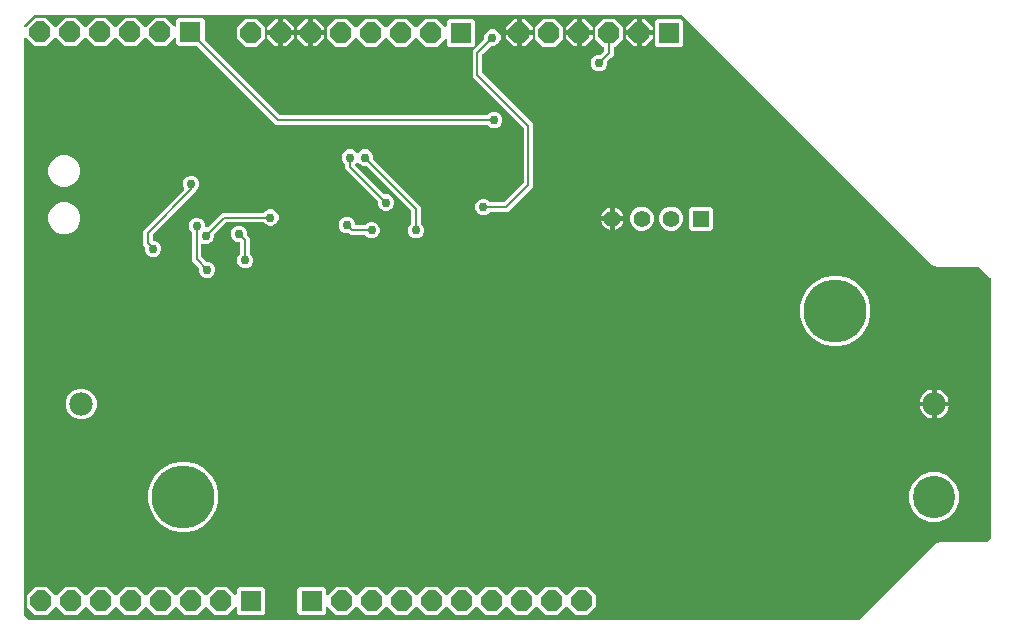
<source format=gbl>
G04 EAGLE Gerber RS-274X export*
G75*
%MOMM*%
%FSLAX34Y34*%
%LPD*%
%INBottom Copper*%
%IPPOS*%
%AMOC8*
5,1,8,0,0,1.08239X$1,22.5*%
G01*
%ADD10P,1.924489X8X292.500000*%
%ADD11R,1.778000X1.778000*%
%ADD12P,1.924489X8X112.500000*%
%ADD13C,1.980000*%
%ADD14C,5.325000*%
%ADD15C,3.585000*%
%ADD16R,1.418000X1.418000*%
%ADD17C,1.418000*%
%ADD18C,0.756400*%
%ADD19C,0.203200*%

G36*
X717667Y9919D02*
X717667Y9919D01*
X717754Y9922D01*
X717807Y9939D01*
X717861Y9947D01*
X717941Y9982D01*
X718024Y10009D01*
X718064Y10037D01*
X718121Y10063D01*
X718234Y10159D01*
X718298Y10204D01*
X782339Y74245D01*
X786447Y75947D01*
X826800Y75947D01*
X826887Y75959D01*
X826974Y75962D01*
X827027Y75979D01*
X827081Y75987D01*
X827161Y76022D01*
X827244Y76049D01*
X827284Y76077D01*
X827341Y76103D01*
X827454Y76199D01*
X827518Y76244D01*
X829266Y77992D01*
X829318Y78062D01*
X829378Y78126D01*
X829404Y78175D01*
X829437Y78219D01*
X829468Y78301D01*
X829508Y78379D01*
X829516Y78427D01*
X829538Y78485D01*
X829550Y78633D01*
X829563Y78710D01*
X829563Y298480D01*
X829551Y298567D01*
X829548Y298654D01*
X829531Y298707D01*
X829523Y298761D01*
X829488Y298841D01*
X829461Y298924D01*
X829433Y298964D01*
X829407Y299021D01*
X829311Y299134D01*
X829266Y299198D01*
X819898Y308566D01*
X819828Y308618D01*
X819764Y308678D01*
X819715Y308704D01*
X819671Y308737D01*
X819589Y308768D01*
X819511Y308808D01*
X819463Y308816D01*
X819405Y308838D01*
X819257Y308850D01*
X819180Y308863D01*
X783907Y308863D01*
X779799Y310565D01*
X776512Y313852D01*
X568438Y521926D01*
X568368Y521978D01*
X568304Y522038D01*
X568255Y522064D01*
X568211Y522097D01*
X568129Y522128D01*
X568051Y522168D01*
X568003Y522176D01*
X567945Y522198D01*
X567797Y522210D01*
X567720Y522223D01*
X20290Y522223D01*
X20203Y522211D01*
X20116Y522208D01*
X20063Y522191D01*
X20009Y522183D01*
X19929Y522148D01*
X19846Y522121D01*
X19806Y522093D01*
X19749Y522067D01*
X19636Y521971D01*
X19572Y521926D01*
X11474Y513828D01*
X11422Y513758D01*
X11362Y513694D01*
X11336Y513645D01*
X11303Y513601D01*
X11272Y513519D01*
X11232Y513441D01*
X11224Y513393D01*
X11202Y513335D01*
X11190Y513187D01*
X11177Y513110D01*
X11177Y512812D01*
X11181Y512783D01*
X11178Y512753D01*
X11201Y512642D01*
X11217Y512530D01*
X11229Y512503D01*
X11234Y512475D01*
X11286Y512374D01*
X11333Y512271D01*
X11352Y512248D01*
X11365Y512222D01*
X11443Y512140D01*
X11516Y512054D01*
X11541Y512037D01*
X11561Y512016D01*
X11659Y511959D01*
X11753Y511896D01*
X11781Y511887D01*
X11806Y511872D01*
X11916Y511845D01*
X12024Y511810D01*
X12054Y511810D01*
X12082Y511802D01*
X12195Y511806D01*
X12308Y511803D01*
X12337Y511810D01*
X12366Y511811D01*
X12474Y511846D01*
X12583Y511875D01*
X12609Y511890D01*
X12637Y511899D01*
X12700Y511944D01*
X12828Y512020D01*
X12871Y512066D01*
X12910Y512094D01*
X20055Y519239D01*
X29945Y519239D01*
X36982Y512202D01*
X37029Y512167D01*
X37069Y512124D01*
X37142Y512082D01*
X37209Y512031D01*
X37264Y512010D01*
X37314Y511981D01*
X37396Y511960D01*
X37475Y511930D01*
X37533Y511925D01*
X37590Y511910D01*
X37674Y511913D01*
X37758Y511906D01*
X37816Y511918D01*
X37874Y511919D01*
X37954Y511945D01*
X38037Y511962D01*
X38089Y511989D01*
X38145Y512007D01*
X38201Y512047D01*
X38289Y512093D01*
X38362Y512162D01*
X38418Y512202D01*
X45455Y519239D01*
X55345Y519239D01*
X62382Y512202D01*
X62429Y512167D01*
X62469Y512124D01*
X62542Y512082D01*
X62609Y512031D01*
X62664Y512010D01*
X62714Y511981D01*
X62796Y511960D01*
X62875Y511930D01*
X62933Y511925D01*
X62990Y511910D01*
X63074Y511913D01*
X63158Y511906D01*
X63216Y511918D01*
X63274Y511919D01*
X63354Y511945D01*
X63437Y511962D01*
X63489Y511989D01*
X63545Y512007D01*
X63601Y512047D01*
X63689Y512093D01*
X63762Y512162D01*
X63818Y512202D01*
X70855Y519239D01*
X80745Y519239D01*
X87782Y512202D01*
X87829Y512167D01*
X87869Y512124D01*
X87942Y512082D01*
X88009Y512031D01*
X88064Y512010D01*
X88114Y511981D01*
X88196Y511960D01*
X88275Y511930D01*
X88333Y511925D01*
X88390Y511910D01*
X88474Y511913D01*
X88558Y511906D01*
X88616Y511918D01*
X88674Y511919D01*
X88754Y511945D01*
X88837Y511962D01*
X88889Y511989D01*
X88945Y512007D01*
X89001Y512047D01*
X89089Y512093D01*
X89162Y512162D01*
X89218Y512202D01*
X96255Y519239D01*
X106145Y519239D01*
X113182Y512202D01*
X113229Y512167D01*
X113269Y512124D01*
X113342Y512082D01*
X113409Y512031D01*
X113464Y512010D01*
X113514Y511981D01*
X113596Y511960D01*
X113675Y511930D01*
X113733Y511925D01*
X113790Y511910D01*
X113874Y511913D01*
X113958Y511906D01*
X114016Y511918D01*
X114074Y511919D01*
X114154Y511945D01*
X114237Y511962D01*
X114289Y511989D01*
X114345Y512007D01*
X114401Y512047D01*
X114489Y512093D01*
X114562Y512162D01*
X114618Y512202D01*
X121655Y519239D01*
X131545Y519239D01*
X138328Y512456D01*
X138352Y512438D01*
X138371Y512416D01*
X138465Y512353D01*
X138555Y512285D01*
X138583Y512274D01*
X138607Y512258D01*
X138715Y512224D01*
X138821Y512184D01*
X138850Y512181D01*
X138878Y512172D01*
X138992Y512169D01*
X139104Y512160D01*
X139133Y512166D01*
X139162Y512165D01*
X139272Y512194D01*
X139383Y512216D01*
X139409Y512229D01*
X139437Y512237D01*
X139535Y512295D01*
X139635Y512347D01*
X139657Y512367D01*
X139682Y512382D01*
X139759Y512465D01*
X139841Y512543D01*
X139856Y512568D01*
X139876Y512589D01*
X139928Y512690D01*
X139985Y512788D01*
X139992Y512816D01*
X140006Y512843D01*
X140019Y512920D01*
X140055Y513064D01*
X140053Y513126D01*
X140061Y513174D01*
X140061Y517453D01*
X141847Y519239D01*
X162153Y519239D01*
X163939Y517453D01*
X163939Y501530D01*
X163951Y501444D01*
X163954Y501356D01*
X163971Y501304D01*
X163979Y501249D01*
X164014Y501169D01*
X164041Y501086D01*
X164069Y501046D01*
X164095Y500989D01*
X164191Y500876D01*
X164236Y500812D01*
X227616Y437432D01*
X227686Y437380D01*
X227750Y437320D01*
X227799Y437294D01*
X227844Y437261D01*
X227925Y437230D01*
X228003Y437190D01*
X228051Y437182D01*
X228109Y437160D01*
X228257Y437148D01*
X228334Y437135D01*
X402924Y437135D01*
X403011Y437147D01*
X403098Y437150D01*
X403151Y437167D01*
X403206Y437175D01*
X403285Y437210D01*
X403369Y437237D01*
X403408Y437265D01*
X403465Y437291D01*
X403578Y437387D01*
X403642Y437432D01*
X405071Y438861D01*
X407581Y439901D01*
X410299Y439901D01*
X412809Y438861D01*
X414731Y436939D01*
X415771Y434429D01*
X415771Y431711D01*
X414731Y429201D01*
X412809Y427279D01*
X410299Y426239D01*
X407581Y426239D01*
X405071Y427279D01*
X403642Y428708D01*
X403572Y428760D01*
X403508Y428820D01*
X403459Y428846D01*
X403415Y428879D01*
X403333Y428910D01*
X403255Y428950D01*
X403208Y428958D01*
X403149Y428980D01*
X403001Y428992D01*
X402924Y429005D01*
X224546Y429005D01*
X158488Y495064D01*
X158418Y495116D01*
X158354Y495176D01*
X158305Y495202D01*
X158260Y495235D01*
X158179Y495266D01*
X158101Y495306D01*
X158053Y495314D01*
X157995Y495336D01*
X157847Y495348D01*
X157770Y495361D01*
X141847Y495361D01*
X140061Y497147D01*
X140061Y501426D01*
X140057Y501455D01*
X140060Y501485D01*
X140037Y501596D01*
X140021Y501708D01*
X140009Y501735D01*
X140004Y501763D01*
X139952Y501864D01*
X139905Y501967D01*
X139886Y501990D01*
X139873Y502016D01*
X139795Y502098D01*
X139722Y502184D01*
X139697Y502201D01*
X139677Y502222D01*
X139579Y502279D01*
X139485Y502342D01*
X139457Y502351D01*
X139432Y502366D01*
X139322Y502393D01*
X139214Y502428D01*
X139184Y502428D01*
X139156Y502436D01*
X139043Y502432D01*
X138930Y502435D01*
X138901Y502428D01*
X138872Y502427D01*
X138764Y502392D01*
X138655Y502363D01*
X138629Y502348D01*
X138601Y502339D01*
X138538Y502294D01*
X138410Y502218D01*
X138367Y502172D01*
X138328Y502144D01*
X131545Y495361D01*
X121655Y495361D01*
X114618Y502398D01*
X114571Y502433D01*
X114531Y502476D01*
X114458Y502518D01*
X114391Y502569D01*
X114336Y502590D01*
X114286Y502619D01*
X114204Y502640D01*
X114125Y502670D01*
X114067Y502675D01*
X114010Y502690D01*
X113926Y502687D01*
X113842Y502694D01*
X113784Y502682D01*
X113726Y502681D01*
X113646Y502655D01*
X113563Y502638D01*
X113511Y502611D01*
X113455Y502593D01*
X113399Y502553D01*
X113311Y502507D01*
X113238Y502438D01*
X113182Y502398D01*
X106145Y495361D01*
X96255Y495361D01*
X89218Y502398D01*
X89171Y502433D01*
X89131Y502476D01*
X89058Y502518D01*
X88991Y502569D01*
X88936Y502590D01*
X88886Y502619D01*
X88804Y502640D01*
X88725Y502670D01*
X88667Y502675D01*
X88610Y502690D01*
X88526Y502687D01*
X88442Y502694D01*
X88384Y502682D01*
X88326Y502681D01*
X88246Y502655D01*
X88163Y502638D01*
X88111Y502611D01*
X88055Y502593D01*
X87999Y502553D01*
X87911Y502507D01*
X87838Y502438D01*
X87782Y502398D01*
X80745Y495361D01*
X70855Y495361D01*
X63818Y502398D01*
X63771Y502433D01*
X63731Y502476D01*
X63658Y502518D01*
X63591Y502569D01*
X63536Y502590D01*
X63486Y502619D01*
X63404Y502640D01*
X63325Y502670D01*
X63267Y502675D01*
X63210Y502690D01*
X63126Y502687D01*
X63042Y502694D01*
X62984Y502682D01*
X62926Y502681D01*
X62846Y502655D01*
X62763Y502638D01*
X62711Y502611D01*
X62655Y502593D01*
X62599Y502553D01*
X62511Y502507D01*
X62438Y502438D01*
X62382Y502398D01*
X55345Y495361D01*
X45455Y495361D01*
X38418Y502398D01*
X38371Y502433D01*
X38331Y502476D01*
X38258Y502518D01*
X38191Y502569D01*
X38136Y502590D01*
X38086Y502619D01*
X38004Y502640D01*
X37925Y502670D01*
X37867Y502675D01*
X37810Y502690D01*
X37726Y502687D01*
X37642Y502694D01*
X37584Y502682D01*
X37526Y502681D01*
X37446Y502655D01*
X37363Y502638D01*
X37311Y502611D01*
X37255Y502593D01*
X37199Y502553D01*
X37111Y502507D01*
X37038Y502438D01*
X36982Y502398D01*
X29945Y495361D01*
X20055Y495361D01*
X12910Y502506D01*
X12886Y502524D01*
X12867Y502546D01*
X12773Y502609D01*
X12683Y502677D01*
X12655Y502688D01*
X12631Y502704D01*
X12523Y502738D01*
X12417Y502778D01*
X12388Y502781D01*
X12360Y502790D01*
X12246Y502793D01*
X12134Y502802D01*
X12105Y502796D01*
X12076Y502797D01*
X11966Y502768D01*
X11855Y502746D01*
X11829Y502733D01*
X11801Y502725D01*
X11703Y502667D01*
X11603Y502615D01*
X11581Y502595D01*
X11556Y502580D01*
X11479Y502497D01*
X11397Y502419D01*
X11382Y502394D01*
X11362Y502373D01*
X11310Y502272D01*
X11253Y502174D01*
X11246Y502146D01*
X11232Y502119D01*
X11219Y502042D01*
X11183Y501898D01*
X11185Y501836D01*
X11177Y501788D01*
X11177Y13940D01*
X11184Y13886D01*
X11183Y13851D01*
X11190Y13827D01*
X11192Y13766D01*
X11209Y13713D01*
X11217Y13659D01*
X11252Y13579D01*
X11279Y13496D01*
X11307Y13456D01*
X11333Y13399D01*
X11429Y13286D01*
X11474Y13222D01*
X14492Y10204D01*
X14562Y10152D01*
X14626Y10092D01*
X14675Y10066D01*
X14719Y10033D01*
X14801Y10002D01*
X14879Y9962D01*
X14927Y9954D01*
X14985Y9932D01*
X15133Y9920D01*
X15210Y9907D01*
X717580Y9907D01*
X717667Y9919D01*
G37*
%LPC*%
G36*
X244363Y14161D02*
X244363Y14161D01*
X242577Y15947D01*
X242577Y36253D01*
X244363Y38039D01*
X264669Y38039D01*
X266455Y36253D01*
X266455Y31974D01*
X266459Y31945D01*
X266456Y31915D01*
X266479Y31804D01*
X266495Y31692D01*
X266507Y31665D01*
X266512Y31637D01*
X266564Y31536D01*
X266611Y31433D01*
X266630Y31410D01*
X266643Y31384D01*
X266721Y31302D01*
X266794Y31216D01*
X266819Y31199D01*
X266839Y31178D01*
X266937Y31121D01*
X267031Y31058D01*
X267059Y31049D01*
X267084Y31034D01*
X267194Y31007D01*
X267302Y30972D01*
X267332Y30972D01*
X267360Y30964D01*
X267473Y30968D01*
X267586Y30965D01*
X267615Y30972D01*
X267644Y30973D01*
X267752Y31008D01*
X267861Y31037D01*
X267887Y31052D01*
X267915Y31061D01*
X267978Y31106D01*
X268106Y31182D01*
X268149Y31228D01*
X268188Y31256D01*
X274971Y38039D01*
X284861Y38039D01*
X291898Y31002D01*
X291945Y30967D01*
X291985Y30924D01*
X292058Y30882D01*
X292125Y30831D01*
X292180Y30810D01*
X292230Y30781D01*
X292312Y30760D01*
X292391Y30730D01*
X292449Y30725D01*
X292506Y30710D01*
X292590Y30713D01*
X292674Y30706D01*
X292732Y30718D01*
X292790Y30719D01*
X292870Y30745D01*
X292953Y30762D01*
X293005Y30789D01*
X293061Y30807D01*
X293117Y30847D01*
X293205Y30893D01*
X293278Y30962D01*
X293334Y31002D01*
X300371Y38039D01*
X310261Y38039D01*
X317298Y31002D01*
X317345Y30967D01*
X317385Y30924D01*
X317458Y30882D01*
X317525Y30831D01*
X317580Y30810D01*
X317630Y30781D01*
X317712Y30760D01*
X317791Y30730D01*
X317849Y30725D01*
X317906Y30710D01*
X317990Y30713D01*
X318074Y30706D01*
X318132Y30718D01*
X318190Y30719D01*
X318270Y30745D01*
X318353Y30762D01*
X318405Y30789D01*
X318461Y30807D01*
X318517Y30847D01*
X318605Y30893D01*
X318678Y30962D01*
X318734Y31002D01*
X325771Y38039D01*
X335661Y38039D01*
X342698Y31002D01*
X342745Y30967D01*
X342785Y30924D01*
X342858Y30882D01*
X342925Y30831D01*
X342980Y30810D01*
X343030Y30781D01*
X343112Y30760D01*
X343191Y30730D01*
X343249Y30725D01*
X343306Y30710D01*
X343390Y30713D01*
X343474Y30706D01*
X343532Y30718D01*
X343590Y30719D01*
X343670Y30745D01*
X343753Y30762D01*
X343805Y30789D01*
X343861Y30807D01*
X343917Y30847D01*
X344005Y30893D01*
X344078Y30962D01*
X344134Y31002D01*
X351171Y38039D01*
X361061Y38039D01*
X368098Y31002D01*
X368145Y30967D01*
X368185Y30924D01*
X368258Y30882D01*
X368325Y30831D01*
X368380Y30810D01*
X368430Y30781D01*
X368512Y30760D01*
X368591Y30730D01*
X368649Y30725D01*
X368706Y30710D01*
X368790Y30713D01*
X368874Y30706D01*
X368932Y30718D01*
X368990Y30719D01*
X369070Y30745D01*
X369153Y30762D01*
X369205Y30789D01*
X369261Y30807D01*
X369317Y30847D01*
X369405Y30893D01*
X369478Y30962D01*
X369534Y31002D01*
X376571Y38039D01*
X386461Y38039D01*
X393498Y31002D01*
X393545Y30967D01*
X393585Y30924D01*
X393658Y30882D01*
X393725Y30831D01*
X393780Y30810D01*
X393830Y30781D01*
X393912Y30760D01*
X393991Y30730D01*
X394049Y30725D01*
X394106Y30710D01*
X394190Y30713D01*
X394274Y30706D01*
X394332Y30718D01*
X394390Y30719D01*
X394470Y30745D01*
X394553Y30762D01*
X394605Y30789D01*
X394661Y30807D01*
X394717Y30847D01*
X394805Y30893D01*
X394878Y30962D01*
X394934Y31002D01*
X401971Y38039D01*
X411861Y38039D01*
X418898Y31002D01*
X418945Y30967D01*
X418985Y30924D01*
X419058Y30882D01*
X419125Y30831D01*
X419180Y30810D01*
X419230Y30781D01*
X419312Y30760D01*
X419391Y30730D01*
X419449Y30725D01*
X419506Y30710D01*
X419590Y30713D01*
X419674Y30706D01*
X419732Y30718D01*
X419790Y30719D01*
X419870Y30745D01*
X419953Y30762D01*
X420005Y30789D01*
X420061Y30807D01*
X420117Y30847D01*
X420205Y30893D01*
X420278Y30962D01*
X420334Y31002D01*
X427371Y38039D01*
X437261Y38039D01*
X444298Y31002D01*
X444345Y30967D01*
X444385Y30924D01*
X444458Y30882D01*
X444525Y30831D01*
X444580Y30810D01*
X444630Y30781D01*
X444712Y30760D01*
X444791Y30730D01*
X444849Y30725D01*
X444906Y30710D01*
X444990Y30713D01*
X445074Y30706D01*
X445132Y30718D01*
X445190Y30719D01*
X445270Y30745D01*
X445353Y30762D01*
X445405Y30789D01*
X445461Y30807D01*
X445517Y30847D01*
X445605Y30893D01*
X445678Y30962D01*
X445734Y31002D01*
X452771Y38039D01*
X462661Y38039D01*
X469698Y31002D01*
X469745Y30967D01*
X469785Y30924D01*
X469858Y30882D01*
X469925Y30831D01*
X469980Y30810D01*
X470030Y30781D01*
X470112Y30760D01*
X470191Y30730D01*
X470249Y30725D01*
X470306Y30710D01*
X470390Y30713D01*
X470474Y30706D01*
X470532Y30718D01*
X470590Y30719D01*
X470670Y30745D01*
X470753Y30762D01*
X470805Y30789D01*
X470861Y30807D01*
X470917Y30847D01*
X471005Y30893D01*
X471078Y30962D01*
X471134Y31002D01*
X478171Y38039D01*
X488061Y38039D01*
X495055Y31045D01*
X495055Y21155D01*
X488061Y14161D01*
X478171Y14161D01*
X471134Y21198D01*
X471087Y21233D01*
X471047Y21276D01*
X470974Y21318D01*
X470907Y21369D01*
X470852Y21390D01*
X470802Y21419D01*
X470720Y21440D01*
X470641Y21470D01*
X470583Y21475D01*
X470526Y21490D01*
X470442Y21487D01*
X470358Y21494D01*
X470300Y21482D01*
X470242Y21481D01*
X470162Y21455D01*
X470079Y21438D01*
X470027Y21411D01*
X469971Y21393D01*
X469915Y21353D01*
X469827Y21307D01*
X469754Y21238D01*
X469698Y21198D01*
X462661Y14161D01*
X452771Y14161D01*
X445734Y21198D01*
X445687Y21233D01*
X445647Y21276D01*
X445574Y21318D01*
X445507Y21369D01*
X445452Y21390D01*
X445402Y21419D01*
X445320Y21440D01*
X445241Y21470D01*
X445183Y21475D01*
X445126Y21490D01*
X445042Y21487D01*
X444958Y21494D01*
X444900Y21482D01*
X444842Y21481D01*
X444762Y21455D01*
X444679Y21438D01*
X444627Y21411D01*
X444571Y21393D01*
X444515Y21353D01*
X444427Y21307D01*
X444354Y21238D01*
X444298Y21198D01*
X437261Y14161D01*
X427371Y14161D01*
X420334Y21198D01*
X420287Y21233D01*
X420247Y21276D01*
X420174Y21318D01*
X420107Y21369D01*
X420052Y21390D01*
X420002Y21419D01*
X419920Y21440D01*
X419841Y21470D01*
X419783Y21475D01*
X419726Y21490D01*
X419642Y21487D01*
X419558Y21494D01*
X419500Y21482D01*
X419442Y21481D01*
X419362Y21455D01*
X419279Y21438D01*
X419227Y21411D01*
X419171Y21393D01*
X419115Y21353D01*
X419027Y21307D01*
X418954Y21238D01*
X418898Y21198D01*
X411861Y14161D01*
X401971Y14161D01*
X394934Y21198D01*
X394887Y21233D01*
X394847Y21276D01*
X394774Y21318D01*
X394707Y21369D01*
X394652Y21390D01*
X394602Y21419D01*
X394520Y21440D01*
X394441Y21470D01*
X394383Y21475D01*
X394326Y21490D01*
X394242Y21487D01*
X394158Y21494D01*
X394100Y21482D01*
X394042Y21481D01*
X393962Y21455D01*
X393879Y21438D01*
X393827Y21411D01*
X393771Y21393D01*
X393715Y21353D01*
X393627Y21307D01*
X393554Y21238D01*
X393498Y21198D01*
X386461Y14161D01*
X376571Y14161D01*
X369534Y21198D01*
X369487Y21233D01*
X369447Y21276D01*
X369374Y21318D01*
X369307Y21369D01*
X369252Y21390D01*
X369202Y21419D01*
X369120Y21440D01*
X369041Y21470D01*
X368983Y21475D01*
X368926Y21490D01*
X368842Y21487D01*
X368758Y21494D01*
X368700Y21482D01*
X368642Y21481D01*
X368562Y21455D01*
X368479Y21438D01*
X368427Y21411D01*
X368371Y21393D01*
X368315Y21353D01*
X368227Y21307D01*
X368154Y21238D01*
X368098Y21198D01*
X361061Y14161D01*
X351171Y14161D01*
X344134Y21198D01*
X344087Y21233D01*
X344047Y21276D01*
X343974Y21318D01*
X343907Y21369D01*
X343852Y21390D01*
X343802Y21419D01*
X343720Y21440D01*
X343641Y21470D01*
X343583Y21475D01*
X343526Y21490D01*
X343442Y21487D01*
X343358Y21494D01*
X343300Y21482D01*
X343242Y21481D01*
X343162Y21455D01*
X343079Y21438D01*
X343027Y21411D01*
X342971Y21393D01*
X342915Y21353D01*
X342827Y21307D01*
X342754Y21238D01*
X342698Y21198D01*
X335661Y14161D01*
X325771Y14161D01*
X318734Y21198D01*
X318687Y21233D01*
X318647Y21276D01*
X318574Y21318D01*
X318507Y21369D01*
X318452Y21390D01*
X318402Y21419D01*
X318320Y21440D01*
X318241Y21470D01*
X318183Y21475D01*
X318126Y21490D01*
X318042Y21487D01*
X317958Y21494D01*
X317900Y21482D01*
X317842Y21481D01*
X317762Y21455D01*
X317679Y21438D01*
X317627Y21411D01*
X317571Y21393D01*
X317515Y21353D01*
X317427Y21307D01*
X317354Y21238D01*
X317298Y21198D01*
X310261Y14161D01*
X300371Y14161D01*
X293334Y21198D01*
X293287Y21233D01*
X293247Y21276D01*
X293174Y21318D01*
X293107Y21369D01*
X293052Y21390D01*
X293002Y21419D01*
X292920Y21440D01*
X292841Y21470D01*
X292783Y21475D01*
X292726Y21490D01*
X292642Y21487D01*
X292558Y21494D01*
X292500Y21482D01*
X292442Y21481D01*
X292362Y21455D01*
X292279Y21438D01*
X292227Y21411D01*
X292171Y21393D01*
X292115Y21353D01*
X292027Y21307D01*
X291954Y21238D01*
X291898Y21198D01*
X284861Y14161D01*
X274971Y14161D01*
X268188Y20944D01*
X268164Y20962D01*
X268145Y20984D01*
X268051Y21047D01*
X267961Y21115D01*
X267933Y21126D01*
X267909Y21142D01*
X267801Y21176D01*
X267695Y21216D01*
X267666Y21219D01*
X267638Y21228D01*
X267524Y21231D01*
X267412Y21240D01*
X267383Y21234D01*
X267354Y21235D01*
X267244Y21206D01*
X267133Y21184D01*
X267107Y21171D01*
X267079Y21163D01*
X266981Y21105D01*
X266881Y21053D01*
X266859Y21033D01*
X266834Y21018D01*
X266757Y20935D01*
X266675Y20857D01*
X266660Y20832D01*
X266640Y20811D01*
X266588Y20710D01*
X266531Y20612D01*
X266524Y20584D01*
X266510Y20557D01*
X266497Y20480D01*
X266461Y20336D01*
X266463Y20274D01*
X266455Y20226D01*
X266455Y15947D01*
X264669Y14161D01*
X244363Y14161D01*
G37*
%LPD*%
%LPC*%
G36*
X20263Y14061D02*
X20263Y14061D01*
X13269Y21055D01*
X13269Y30945D01*
X20263Y37939D01*
X30153Y37939D01*
X37190Y30902D01*
X37237Y30867D01*
X37277Y30824D01*
X37350Y30782D01*
X37417Y30731D01*
X37472Y30710D01*
X37522Y30681D01*
X37604Y30660D01*
X37683Y30630D01*
X37741Y30625D01*
X37798Y30610D01*
X37882Y30613D01*
X37966Y30606D01*
X38024Y30618D01*
X38082Y30619D01*
X38162Y30645D01*
X38245Y30662D01*
X38297Y30689D01*
X38353Y30707D01*
X38409Y30747D01*
X38497Y30793D01*
X38570Y30862D01*
X38626Y30902D01*
X45663Y37939D01*
X55553Y37939D01*
X62590Y30902D01*
X62637Y30867D01*
X62677Y30824D01*
X62750Y30782D01*
X62817Y30731D01*
X62872Y30710D01*
X62922Y30681D01*
X63004Y30660D01*
X63083Y30630D01*
X63141Y30625D01*
X63198Y30610D01*
X63282Y30613D01*
X63366Y30606D01*
X63424Y30618D01*
X63482Y30619D01*
X63562Y30645D01*
X63645Y30662D01*
X63697Y30689D01*
X63753Y30707D01*
X63809Y30747D01*
X63897Y30793D01*
X63970Y30862D01*
X64026Y30902D01*
X71063Y37939D01*
X80953Y37939D01*
X87990Y30902D01*
X88037Y30867D01*
X88077Y30824D01*
X88150Y30782D01*
X88217Y30731D01*
X88272Y30710D01*
X88322Y30681D01*
X88404Y30660D01*
X88483Y30630D01*
X88541Y30625D01*
X88598Y30610D01*
X88682Y30613D01*
X88766Y30606D01*
X88824Y30618D01*
X88882Y30619D01*
X88962Y30645D01*
X89045Y30662D01*
X89097Y30689D01*
X89153Y30707D01*
X89209Y30747D01*
X89297Y30793D01*
X89370Y30862D01*
X89426Y30902D01*
X96463Y37939D01*
X106353Y37939D01*
X113390Y30902D01*
X113437Y30867D01*
X113477Y30824D01*
X113550Y30782D01*
X113617Y30731D01*
X113672Y30710D01*
X113722Y30681D01*
X113804Y30660D01*
X113883Y30630D01*
X113941Y30625D01*
X113998Y30610D01*
X114082Y30613D01*
X114166Y30606D01*
X114224Y30618D01*
X114282Y30619D01*
X114362Y30645D01*
X114445Y30662D01*
X114497Y30689D01*
X114553Y30707D01*
X114609Y30747D01*
X114697Y30793D01*
X114770Y30862D01*
X114826Y30902D01*
X121863Y37939D01*
X131753Y37939D01*
X138790Y30902D01*
X138837Y30867D01*
X138877Y30824D01*
X138950Y30782D01*
X139017Y30731D01*
X139072Y30710D01*
X139122Y30681D01*
X139204Y30660D01*
X139283Y30630D01*
X139341Y30625D01*
X139398Y30610D01*
X139482Y30613D01*
X139566Y30606D01*
X139624Y30618D01*
X139682Y30619D01*
X139762Y30645D01*
X139845Y30662D01*
X139897Y30689D01*
X139953Y30707D01*
X140009Y30747D01*
X140097Y30793D01*
X140170Y30862D01*
X140226Y30902D01*
X147263Y37939D01*
X157153Y37939D01*
X164190Y30902D01*
X164237Y30867D01*
X164277Y30824D01*
X164350Y30782D01*
X164417Y30731D01*
X164472Y30710D01*
X164522Y30681D01*
X164604Y30660D01*
X164683Y30630D01*
X164741Y30625D01*
X164798Y30610D01*
X164882Y30613D01*
X164966Y30606D01*
X165024Y30618D01*
X165082Y30619D01*
X165162Y30645D01*
X165245Y30662D01*
X165297Y30689D01*
X165353Y30707D01*
X165409Y30747D01*
X165497Y30793D01*
X165570Y30862D01*
X165626Y30902D01*
X172663Y37939D01*
X182553Y37939D01*
X189336Y31156D01*
X189360Y31138D01*
X189379Y31116D01*
X189473Y31053D01*
X189563Y30985D01*
X189591Y30974D01*
X189615Y30958D01*
X189723Y30924D01*
X189829Y30884D01*
X189858Y30881D01*
X189886Y30872D01*
X190000Y30869D01*
X190112Y30860D01*
X190141Y30866D01*
X190170Y30865D01*
X190280Y30894D01*
X190391Y30916D01*
X190417Y30929D01*
X190445Y30937D01*
X190543Y30995D01*
X190643Y31047D01*
X190665Y31067D01*
X190690Y31082D01*
X190767Y31165D01*
X190849Y31243D01*
X190864Y31268D01*
X190884Y31289D01*
X190936Y31390D01*
X190993Y31488D01*
X191000Y31516D01*
X191014Y31543D01*
X191027Y31620D01*
X191063Y31764D01*
X191061Y31826D01*
X191069Y31874D01*
X191069Y36153D01*
X192855Y37939D01*
X213161Y37939D01*
X214947Y36153D01*
X214947Y15847D01*
X213161Y14061D01*
X192855Y14061D01*
X191069Y15847D01*
X191069Y20126D01*
X191065Y20155D01*
X191068Y20185D01*
X191045Y20296D01*
X191029Y20408D01*
X191017Y20435D01*
X191012Y20463D01*
X190960Y20564D01*
X190913Y20667D01*
X190894Y20690D01*
X190881Y20716D01*
X190803Y20798D01*
X190730Y20884D01*
X190705Y20901D01*
X190685Y20922D01*
X190587Y20979D01*
X190493Y21042D01*
X190465Y21051D01*
X190440Y21066D01*
X190330Y21093D01*
X190222Y21128D01*
X190192Y21128D01*
X190164Y21136D01*
X190051Y21132D01*
X189938Y21135D01*
X189909Y21128D01*
X189880Y21127D01*
X189772Y21092D01*
X189663Y21063D01*
X189637Y21048D01*
X189609Y21039D01*
X189546Y20994D01*
X189418Y20918D01*
X189375Y20872D01*
X189336Y20844D01*
X182553Y14061D01*
X172663Y14061D01*
X165626Y21098D01*
X165579Y21133D01*
X165539Y21176D01*
X165466Y21218D01*
X165399Y21269D01*
X165344Y21290D01*
X165294Y21319D01*
X165212Y21340D01*
X165133Y21370D01*
X165075Y21375D01*
X165018Y21390D01*
X164934Y21387D01*
X164850Y21394D01*
X164792Y21382D01*
X164734Y21381D01*
X164654Y21355D01*
X164571Y21338D01*
X164519Y21311D01*
X164463Y21293D01*
X164407Y21253D01*
X164319Y21207D01*
X164246Y21138D01*
X164190Y21098D01*
X157153Y14061D01*
X147263Y14061D01*
X140226Y21098D01*
X140179Y21133D01*
X140139Y21176D01*
X140066Y21218D01*
X139999Y21269D01*
X139944Y21290D01*
X139894Y21319D01*
X139812Y21340D01*
X139733Y21370D01*
X139675Y21375D01*
X139618Y21390D01*
X139534Y21387D01*
X139450Y21394D01*
X139392Y21382D01*
X139334Y21381D01*
X139254Y21355D01*
X139171Y21338D01*
X139119Y21311D01*
X139063Y21293D01*
X139007Y21253D01*
X138919Y21207D01*
X138846Y21138D01*
X138790Y21098D01*
X131753Y14061D01*
X121863Y14061D01*
X114826Y21098D01*
X114779Y21133D01*
X114739Y21176D01*
X114666Y21218D01*
X114599Y21269D01*
X114544Y21290D01*
X114494Y21319D01*
X114412Y21340D01*
X114333Y21370D01*
X114275Y21375D01*
X114218Y21390D01*
X114134Y21387D01*
X114050Y21394D01*
X113992Y21382D01*
X113934Y21381D01*
X113854Y21355D01*
X113771Y21338D01*
X113719Y21311D01*
X113663Y21293D01*
X113607Y21253D01*
X113519Y21207D01*
X113446Y21138D01*
X113390Y21098D01*
X106353Y14061D01*
X96463Y14061D01*
X89426Y21098D01*
X89379Y21133D01*
X89339Y21176D01*
X89266Y21218D01*
X89199Y21269D01*
X89144Y21290D01*
X89094Y21319D01*
X89012Y21340D01*
X88933Y21370D01*
X88875Y21375D01*
X88818Y21390D01*
X88734Y21387D01*
X88650Y21394D01*
X88592Y21382D01*
X88534Y21381D01*
X88454Y21355D01*
X88371Y21338D01*
X88319Y21311D01*
X88263Y21293D01*
X88207Y21253D01*
X88119Y21207D01*
X88046Y21138D01*
X87990Y21098D01*
X80953Y14061D01*
X71063Y14061D01*
X64026Y21098D01*
X63979Y21133D01*
X63939Y21176D01*
X63866Y21218D01*
X63799Y21269D01*
X63744Y21290D01*
X63694Y21319D01*
X63612Y21340D01*
X63533Y21370D01*
X63475Y21375D01*
X63418Y21390D01*
X63334Y21387D01*
X63250Y21394D01*
X63192Y21382D01*
X63134Y21381D01*
X63054Y21355D01*
X62971Y21338D01*
X62919Y21311D01*
X62863Y21293D01*
X62807Y21253D01*
X62719Y21207D01*
X62646Y21138D01*
X62590Y21098D01*
X55553Y14061D01*
X45663Y14061D01*
X38626Y21098D01*
X38579Y21133D01*
X38539Y21176D01*
X38466Y21218D01*
X38399Y21269D01*
X38344Y21290D01*
X38294Y21319D01*
X38212Y21340D01*
X38133Y21370D01*
X38075Y21375D01*
X38018Y21390D01*
X37934Y21387D01*
X37850Y21394D01*
X37792Y21382D01*
X37734Y21381D01*
X37654Y21355D01*
X37571Y21338D01*
X37519Y21311D01*
X37463Y21293D01*
X37407Y21253D01*
X37319Y21207D01*
X37246Y21138D01*
X37190Y21098D01*
X30153Y14061D01*
X20263Y14061D01*
G37*
%LPD*%
%LPC*%
G36*
X142093Y84326D02*
X142093Y84326D01*
X134546Y86349D01*
X127780Y90255D01*
X122255Y95780D01*
X118349Y102546D01*
X116326Y110093D01*
X116326Y117907D01*
X118349Y125454D01*
X122255Y132220D01*
X127780Y137745D01*
X134546Y141651D01*
X142093Y143674D01*
X149907Y143674D01*
X157454Y141651D01*
X164220Y137745D01*
X169745Y132220D01*
X173651Y125454D01*
X175674Y117907D01*
X175674Y110093D01*
X173651Y102546D01*
X169745Y95780D01*
X164220Y90255D01*
X157454Y86349D01*
X149907Y84326D01*
X142093Y84326D01*
G37*
%LPD*%
%LPC*%
G36*
X694093Y241726D02*
X694093Y241726D01*
X686546Y243749D01*
X679780Y247655D01*
X674255Y253180D01*
X670349Y259946D01*
X668326Y267493D01*
X668326Y275307D01*
X670349Y282854D01*
X674255Y289620D01*
X679780Y295145D01*
X686546Y299051D01*
X694093Y301074D01*
X701907Y301074D01*
X709454Y299051D01*
X716220Y295145D01*
X721745Y289620D01*
X725651Y282854D01*
X727674Y275307D01*
X727674Y267493D01*
X725651Y259946D01*
X721745Y253180D01*
X716220Y247655D01*
X709454Y243749D01*
X701907Y241726D01*
X694093Y241726D01*
G37*
%LPD*%
%LPC*%
G36*
X274355Y495161D02*
X274355Y495161D01*
X267361Y502155D01*
X267361Y512045D01*
X274355Y519039D01*
X284245Y519039D01*
X291282Y512002D01*
X291329Y511967D01*
X291369Y511924D01*
X291442Y511882D01*
X291509Y511831D01*
X291564Y511810D01*
X291614Y511781D01*
X291696Y511760D01*
X291775Y511730D01*
X291833Y511725D01*
X291890Y511710D01*
X291974Y511713D01*
X292058Y511706D01*
X292116Y511718D01*
X292174Y511719D01*
X292254Y511745D01*
X292337Y511762D01*
X292389Y511789D01*
X292445Y511807D01*
X292501Y511847D01*
X292589Y511893D01*
X292662Y511962D01*
X292718Y512002D01*
X299755Y519039D01*
X309645Y519039D01*
X316682Y512002D01*
X316729Y511967D01*
X316769Y511924D01*
X316842Y511882D01*
X316909Y511831D01*
X316964Y511810D01*
X317014Y511781D01*
X317096Y511760D01*
X317175Y511730D01*
X317233Y511725D01*
X317290Y511710D01*
X317374Y511713D01*
X317458Y511706D01*
X317516Y511718D01*
X317574Y511719D01*
X317654Y511745D01*
X317737Y511762D01*
X317789Y511789D01*
X317845Y511807D01*
X317901Y511847D01*
X317989Y511893D01*
X318062Y511962D01*
X318118Y512002D01*
X325155Y519039D01*
X335045Y519039D01*
X342082Y512002D01*
X342129Y511967D01*
X342169Y511924D01*
X342242Y511882D01*
X342309Y511831D01*
X342364Y511810D01*
X342414Y511781D01*
X342496Y511760D01*
X342575Y511730D01*
X342633Y511725D01*
X342690Y511710D01*
X342774Y511713D01*
X342858Y511706D01*
X342916Y511718D01*
X342974Y511719D01*
X343054Y511745D01*
X343137Y511762D01*
X343189Y511789D01*
X343245Y511807D01*
X343301Y511847D01*
X343389Y511893D01*
X343462Y511962D01*
X343518Y512002D01*
X350555Y519039D01*
X360445Y519039D01*
X367228Y512256D01*
X367252Y512238D01*
X367271Y512216D01*
X367365Y512153D01*
X367455Y512085D01*
X367483Y512074D01*
X367507Y512058D01*
X367615Y512024D01*
X367721Y511984D01*
X367750Y511981D01*
X367778Y511972D01*
X367892Y511969D01*
X368004Y511960D01*
X368033Y511966D01*
X368062Y511965D01*
X368172Y511994D01*
X368283Y512016D01*
X368309Y512029D01*
X368337Y512037D01*
X368435Y512095D01*
X368535Y512147D01*
X368557Y512167D01*
X368582Y512182D01*
X368659Y512265D01*
X368741Y512343D01*
X368756Y512368D01*
X368776Y512389D01*
X368828Y512490D01*
X368885Y512588D01*
X368892Y512616D01*
X368906Y512643D01*
X368919Y512720D01*
X368955Y512864D01*
X368953Y512926D01*
X368961Y512974D01*
X368961Y517253D01*
X370747Y519039D01*
X391053Y519039D01*
X392839Y517253D01*
X392839Y496947D01*
X391053Y495161D01*
X370747Y495161D01*
X368961Y496947D01*
X368961Y501226D01*
X368957Y501255D01*
X368960Y501285D01*
X368937Y501396D01*
X368921Y501508D01*
X368909Y501535D01*
X368904Y501563D01*
X368852Y501664D01*
X368805Y501767D01*
X368786Y501790D01*
X368773Y501816D01*
X368695Y501898D01*
X368622Y501984D01*
X368597Y502001D01*
X368577Y502022D01*
X368479Y502079D01*
X368385Y502142D01*
X368357Y502151D01*
X368332Y502166D01*
X368222Y502193D01*
X368114Y502228D01*
X368084Y502228D01*
X368056Y502236D01*
X367943Y502232D01*
X367830Y502235D01*
X367801Y502228D01*
X367772Y502227D01*
X367664Y502192D01*
X367555Y502163D01*
X367529Y502148D01*
X367501Y502139D01*
X367438Y502094D01*
X367310Y502018D01*
X367267Y501972D01*
X367228Y501944D01*
X360445Y495161D01*
X350555Y495161D01*
X343518Y502198D01*
X343471Y502233D01*
X343431Y502276D01*
X343358Y502318D01*
X343291Y502369D01*
X343236Y502390D01*
X343186Y502419D01*
X343104Y502440D01*
X343025Y502470D01*
X342967Y502475D01*
X342910Y502490D01*
X342826Y502487D01*
X342742Y502494D01*
X342684Y502482D01*
X342626Y502481D01*
X342546Y502455D01*
X342463Y502438D01*
X342411Y502411D01*
X342355Y502393D01*
X342299Y502353D01*
X342211Y502307D01*
X342138Y502238D01*
X342082Y502198D01*
X335045Y495161D01*
X325155Y495161D01*
X318118Y502198D01*
X318071Y502233D01*
X318031Y502276D01*
X317958Y502318D01*
X317891Y502369D01*
X317836Y502390D01*
X317786Y502419D01*
X317704Y502440D01*
X317625Y502470D01*
X317567Y502475D01*
X317510Y502490D01*
X317426Y502487D01*
X317342Y502494D01*
X317284Y502482D01*
X317226Y502481D01*
X317146Y502455D01*
X317063Y502438D01*
X317011Y502411D01*
X316955Y502393D01*
X316899Y502353D01*
X316811Y502307D01*
X316738Y502238D01*
X316682Y502198D01*
X309645Y495161D01*
X299755Y495161D01*
X292718Y502198D01*
X292671Y502233D01*
X292631Y502276D01*
X292558Y502318D01*
X292491Y502369D01*
X292436Y502390D01*
X292386Y502419D01*
X292304Y502440D01*
X292225Y502470D01*
X292167Y502475D01*
X292110Y502490D01*
X292026Y502487D01*
X291942Y502494D01*
X291884Y502482D01*
X291826Y502481D01*
X291746Y502455D01*
X291663Y502438D01*
X291611Y502411D01*
X291555Y502393D01*
X291499Y502353D01*
X291411Y502307D01*
X291338Y502238D01*
X291282Y502198D01*
X284245Y495161D01*
X274355Y495161D01*
G37*
%LPD*%
%LPC*%
G36*
X398691Y352579D02*
X398691Y352579D01*
X396181Y353619D01*
X394259Y355541D01*
X393219Y358051D01*
X393219Y360769D01*
X394259Y363279D01*
X396181Y365201D01*
X398691Y366241D01*
X401409Y366241D01*
X403919Y365201D01*
X405348Y363772D01*
X405418Y363720D01*
X405482Y363660D01*
X405531Y363634D01*
X405575Y363601D01*
X405657Y363570D01*
X405735Y363530D01*
X405782Y363522D01*
X405841Y363500D01*
X405989Y363488D01*
X406066Y363475D01*
X416996Y363475D01*
X417082Y363487D01*
X417170Y363490D01*
X417222Y363507D01*
X417277Y363515D01*
X417357Y363550D01*
X417440Y363577D01*
X417480Y363605D01*
X417537Y363631D01*
X417650Y363727D01*
X417714Y363772D01*
X433788Y379846D01*
X433840Y379916D01*
X433900Y379980D01*
X433926Y380029D01*
X433959Y380074D01*
X433990Y380155D01*
X434030Y380233D01*
X434038Y380281D01*
X434060Y380339D01*
X434072Y380487D01*
X434085Y380564D01*
X434085Y425886D01*
X434073Y425972D01*
X434070Y426060D01*
X434053Y426112D01*
X434045Y426167D01*
X434010Y426247D01*
X433983Y426330D01*
X433955Y426370D01*
X433929Y426427D01*
X433833Y426540D01*
X433788Y426604D01*
X390905Y469486D01*
X390905Y491904D01*
X400542Y501540D01*
X400594Y501610D01*
X400654Y501674D01*
X400680Y501723D01*
X400713Y501768D01*
X400744Y501849D01*
X400784Y501927D01*
X400792Y501975D01*
X400814Y502033D01*
X400821Y502123D01*
X400825Y502135D01*
X400826Y502182D01*
X400839Y502258D01*
X400839Y504279D01*
X401879Y506789D01*
X403801Y508711D01*
X406311Y509751D01*
X409029Y509751D01*
X411539Y508711D01*
X413461Y506789D01*
X414501Y504279D01*
X414501Y501561D01*
X413461Y499051D01*
X411539Y497129D01*
X409029Y496089D01*
X407008Y496089D01*
X406922Y496077D01*
X406834Y496074D01*
X406782Y496057D01*
X406727Y496049D01*
X406647Y496014D01*
X406564Y495987D01*
X406524Y495959D01*
X406467Y495933D01*
X406354Y495837D01*
X406290Y495792D01*
X399332Y488834D01*
X399280Y488764D01*
X399220Y488700D01*
X399194Y488651D01*
X399161Y488606D01*
X399130Y488525D01*
X399090Y488447D01*
X399082Y488399D01*
X399060Y488341D01*
X399055Y488276D01*
X399049Y488257D01*
X399047Y488189D01*
X399035Y488116D01*
X399035Y473274D01*
X399047Y473188D01*
X399050Y473100D01*
X399067Y473048D01*
X399075Y472993D01*
X399110Y472913D01*
X399137Y472830D01*
X399165Y472790D01*
X399191Y472733D01*
X399287Y472620D01*
X399332Y472556D01*
X442215Y429674D01*
X442215Y376776D01*
X420784Y355345D01*
X406066Y355345D01*
X405979Y355333D01*
X405892Y355330D01*
X405839Y355313D01*
X405784Y355305D01*
X405705Y355270D01*
X405621Y355243D01*
X405582Y355215D01*
X405525Y355189D01*
X405412Y355093D01*
X405348Y355048D01*
X403919Y353619D01*
X401409Y352579D01*
X398691Y352579D01*
G37*
%LPD*%
%LPC*%
G36*
X341541Y332957D02*
X341541Y332957D01*
X339031Y333997D01*
X337109Y335919D01*
X336069Y338429D01*
X336069Y341147D01*
X337109Y343657D01*
X338538Y345086D01*
X338590Y345156D01*
X338650Y345220D01*
X338676Y345269D01*
X338709Y345313D01*
X338740Y345395D01*
X338780Y345473D01*
X338788Y345520D01*
X338810Y345579D01*
X338822Y345727D01*
X338835Y345804D01*
X338835Y356036D01*
X338823Y356122D01*
X338820Y356210D01*
X338803Y356262D01*
X338795Y356317D01*
X338760Y356397D01*
X338733Y356480D01*
X338705Y356520D01*
X338679Y356577D01*
X338583Y356690D01*
X338538Y356754D01*
X301100Y394192D01*
X301030Y394244D01*
X300966Y394304D01*
X300917Y394330D01*
X300872Y394363D01*
X300791Y394394D01*
X300713Y394434D01*
X300665Y394442D01*
X300607Y394464D01*
X300459Y394476D01*
X300382Y394489D01*
X298361Y394489D01*
X295851Y395529D01*
X294088Y397292D01*
X294041Y397327D01*
X294001Y397370D01*
X293928Y397412D01*
X293861Y397463D01*
X293806Y397484D01*
X293756Y397513D01*
X293674Y397534D01*
X293595Y397564D01*
X293537Y397569D01*
X293480Y397583D01*
X293396Y397581D01*
X293312Y397588D01*
X293254Y397576D01*
X293196Y397574D01*
X293116Y397548D01*
X293033Y397532D01*
X292981Y397505D01*
X292925Y397487D01*
X292869Y397447D01*
X292781Y397401D01*
X292708Y397332D01*
X292652Y397292D01*
X291632Y396272D01*
X291597Y396225D01*
X291555Y396185D01*
X291512Y396112D01*
X291461Y396045D01*
X291440Y395990D01*
X291411Y395940D01*
X291390Y395858D01*
X291360Y395779D01*
X291355Y395721D01*
X291341Y395664D01*
X291343Y395580D01*
X291336Y395496D01*
X291348Y395439D01*
X291350Y395380D01*
X291376Y395300D01*
X291392Y395217D01*
X291419Y395165D01*
X291437Y395110D01*
X291477Y395053D01*
X291523Y394965D01*
X291592Y394892D01*
X291632Y394836D01*
X316120Y370348D01*
X316190Y370296D01*
X316254Y370236D01*
X316303Y370210D01*
X316348Y370177D01*
X316429Y370146D01*
X316507Y370106D01*
X316555Y370098D01*
X316613Y370076D01*
X316761Y370064D01*
X316838Y370051D01*
X318859Y370051D01*
X321369Y369011D01*
X323291Y367089D01*
X324331Y364579D01*
X324331Y361861D01*
X323291Y359351D01*
X321369Y357429D01*
X318859Y356389D01*
X316141Y356389D01*
X313631Y357429D01*
X311709Y359351D01*
X310669Y361861D01*
X310669Y363882D01*
X310657Y363968D01*
X310654Y364056D01*
X310637Y364108D01*
X310629Y364163D01*
X310594Y364243D01*
X310567Y364326D01*
X310539Y364366D01*
X310513Y364423D01*
X310417Y364536D01*
X310372Y364600D01*
X282955Y392016D01*
X282955Y395304D01*
X282943Y395391D01*
X282940Y395478D01*
X282923Y395531D01*
X282915Y395586D01*
X282880Y395665D01*
X282853Y395749D01*
X282825Y395788D01*
X282799Y395845D01*
X282703Y395958D01*
X282658Y396022D01*
X281229Y397451D01*
X280189Y399961D01*
X280189Y402679D01*
X281229Y405189D01*
X283151Y407111D01*
X285661Y408151D01*
X288379Y408151D01*
X290889Y407111D01*
X292652Y405348D01*
X292699Y405313D01*
X292739Y405270D01*
X292812Y405228D01*
X292879Y405177D01*
X292934Y405156D01*
X292984Y405127D01*
X293066Y405106D01*
X293145Y405076D01*
X293203Y405071D01*
X293260Y405057D01*
X293344Y405059D01*
X293428Y405052D01*
X293486Y405064D01*
X293544Y405066D01*
X293624Y405092D01*
X293707Y405108D01*
X293759Y405135D01*
X293815Y405153D01*
X293871Y405193D01*
X293959Y405239D01*
X294032Y405308D01*
X294088Y405348D01*
X295851Y407111D01*
X298361Y408151D01*
X301079Y408151D01*
X303589Y407111D01*
X305511Y405189D01*
X306551Y402679D01*
X306551Y400658D01*
X306563Y400572D01*
X306566Y400484D01*
X306583Y400432D01*
X306591Y400377D01*
X306626Y400297D01*
X306653Y400214D01*
X306681Y400174D01*
X306707Y400117D01*
X306803Y400004D01*
X306848Y399940D01*
X346965Y359824D01*
X346965Y345804D01*
X346977Y345717D01*
X346980Y345630D01*
X346997Y345577D01*
X347005Y345522D01*
X347040Y345443D01*
X347067Y345359D01*
X347095Y345320D01*
X347121Y345263D01*
X347217Y345150D01*
X347262Y345086D01*
X348691Y343657D01*
X349731Y341147D01*
X349731Y338429D01*
X348691Y335919D01*
X346769Y333997D01*
X344259Y332957D01*
X341541Y332957D01*
G37*
%LPD*%
%LPC*%
G36*
X777428Y93026D02*
X777428Y93026D01*
X769719Y96219D01*
X763819Y102119D01*
X760626Y109828D01*
X760626Y118172D01*
X763819Y125881D01*
X769719Y131781D01*
X777428Y134974D01*
X785772Y134974D01*
X793481Y131781D01*
X799381Y125881D01*
X802574Y118172D01*
X802574Y109828D01*
X799381Y102119D01*
X793481Y96219D01*
X785772Y93026D01*
X777428Y93026D01*
G37*
%LPD*%
%LPC*%
G36*
X164757Y299493D02*
X164757Y299493D01*
X162247Y300533D01*
X160325Y302455D01*
X159285Y304965D01*
X159285Y306986D01*
X159273Y307072D01*
X159270Y307160D01*
X159253Y307212D01*
X159245Y307267D01*
X159210Y307347D01*
X159183Y307430D01*
X159155Y307470D01*
X159129Y307527D01*
X159033Y307640D01*
X158988Y307704D01*
X153161Y313530D01*
X153161Y337392D01*
X153149Y337479D01*
X153146Y337566D01*
X153129Y337619D01*
X153121Y337674D01*
X153086Y337753D01*
X153059Y337837D01*
X153031Y337876D01*
X153005Y337933D01*
X152909Y338046D01*
X152864Y338110D01*
X151435Y339539D01*
X150395Y342049D01*
X150395Y344767D01*
X151435Y347277D01*
X153357Y349199D01*
X155867Y350239D01*
X158585Y350239D01*
X161095Y349199D01*
X163017Y347277D01*
X164057Y344767D01*
X164057Y343126D01*
X164065Y343068D01*
X164063Y343010D01*
X164085Y342928D01*
X164097Y342844D01*
X164120Y342791D01*
X164135Y342735D01*
X164178Y342662D01*
X164213Y342585D01*
X164251Y342540D01*
X164280Y342490D01*
X164342Y342432D01*
X164396Y342368D01*
X164445Y342336D01*
X164488Y342296D01*
X164563Y342257D01*
X164633Y342210D01*
X164689Y342193D01*
X164741Y342166D01*
X164809Y342155D01*
X164904Y342125D01*
X165004Y342122D01*
X165072Y342111D01*
X165762Y342111D01*
X165848Y342123D01*
X165936Y342126D01*
X165988Y342143D01*
X166043Y342151D01*
X166123Y342186D01*
X166206Y342213D01*
X166246Y342241D01*
X166303Y342267D01*
X166416Y342363D01*
X166480Y342408D01*
X178656Y354585D01*
X213694Y354585D01*
X213781Y354597D01*
X213868Y354600D01*
X213921Y354617D01*
X213976Y354625D01*
X214055Y354660D01*
X214139Y354687D01*
X214178Y354715D01*
X214235Y354741D01*
X214348Y354837D01*
X214412Y354882D01*
X215841Y356311D01*
X218351Y357351D01*
X221069Y357351D01*
X223579Y356311D01*
X225501Y354389D01*
X226541Y351879D01*
X226541Y349161D01*
X225501Y346651D01*
X223579Y344729D01*
X221069Y343689D01*
X218351Y343689D01*
X215841Y344729D01*
X214412Y346158D01*
X214342Y346210D01*
X214278Y346270D01*
X214229Y346296D01*
X214185Y346329D01*
X214103Y346360D01*
X214025Y346400D01*
X213978Y346408D01*
X213919Y346430D01*
X213771Y346442D01*
X213694Y346455D01*
X182444Y346455D01*
X182358Y346443D01*
X182270Y346440D01*
X182218Y346423D01*
X182163Y346415D01*
X182083Y346380D01*
X182000Y346353D01*
X181960Y346325D01*
X181903Y346299D01*
X181790Y346203D01*
X181726Y346158D01*
X172228Y336660D01*
X172176Y336590D01*
X172116Y336526D01*
X172090Y336477D01*
X172057Y336432D01*
X172026Y336351D01*
X171986Y336273D01*
X171978Y336225D01*
X171956Y336167D01*
X171944Y336019D01*
X171931Y335942D01*
X171931Y333921D01*
X170891Y331411D01*
X168969Y329489D01*
X166459Y328449D01*
X163741Y328449D01*
X162695Y328883D01*
X162583Y328911D01*
X162474Y328946D01*
X162446Y328947D01*
X162419Y328954D01*
X162305Y328951D01*
X162190Y328953D01*
X162163Y328946D01*
X162135Y328946D01*
X162026Y328911D01*
X161915Y328882D01*
X161891Y328867D01*
X161864Y328859D01*
X161769Y328795D01*
X161670Y328736D01*
X161651Y328716D01*
X161628Y328701D01*
X161554Y328613D01*
X161476Y328529D01*
X161463Y328504D01*
X161445Y328483D01*
X161399Y328378D01*
X161346Y328276D01*
X161342Y328251D01*
X161330Y328223D01*
X161293Y327960D01*
X161291Y327945D01*
X161291Y317318D01*
X161303Y317232D01*
X161306Y317144D01*
X161323Y317092D01*
X161331Y317037D01*
X161366Y316957D01*
X161393Y316874D01*
X161421Y316834D01*
X161447Y316777D01*
X161543Y316664D01*
X161588Y316600D01*
X164736Y313452D01*
X164806Y313400D01*
X164870Y313340D01*
X164919Y313314D01*
X164964Y313281D01*
X165045Y313250D01*
X165123Y313210D01*
X165171Y313202D01*
X165229Y313180D01*
X165377Y313168D01*
X165454Y313155D01*
X167475Y313155D01*
X169985Y312115D01*
X171907Y310193D01*
X172947Y307683D01*
X172947Y304965D01*
X171907Y302455D01*
X169985Y300533D01*
X167475Y299493D01*
X164757Y299493D01*
G37*
%LPD*%
%LPC*%
G36*
X119037Y317273D02*
X119037Y317273D01*
X116527Y318313D01*
X114605Y320235D01*
X113565Y322745D01*
X113565Y324766D01*
X113553Y324852D01*
X113550Y324940D01*
X113533Y324992D01*
X113525Y325047D01*
X113490Y325127D01*
X113463Y325210D01*
X113435Y325250D01*
X113409Y325307D01*
X113313Y325420D01*
X113268Y325484D01*
X111759Y326992D01*
X111759Y339504D01*
X146447Y374191D01*
X146448Y374193D01*
X146449Y374194D01*
X146536Y374309D01*
X146618Y374418D01*
X146618Y374420D01*
X146619Y374421D01*
X146669Y374553D01*
X146719Y374684D01*
X146719Y374686D01*
X146720Y374687D01*
X146731Y374832D01*
X146743Y374967D01*
X146742Y374969D01*
X146742Y374971D01*
X146739Y374986D01*
X146687Y375246D01*
X146673Y375273D01*
X146667Y375298D01*
X145725Y377571D01*
X145725Y380289D01*
X146765Y382799D01*
X148687Y384721D01*
X151197Y385761D01*
X153915Y385761D01*
X156425Y384721D01*
X158347Y382799D01*
X159387Y380289D01*
X159387Y377571D01*
X158347Y375061D01*
X156918Y373632D01*
X156866Y373562D01*
X156806Y373498D01*
X156780Y373449D01*
X156747Y373405D01*
X156716Y373323D01*
X156676Y373245D01*
X156668Y373198D01*
X156646Y373139D01*
X156634Y372991D01*
X156621Y372914D01*
X156621Y372868D01*
X120186Y336434D01*
X120134Y336364D01*
X120074Y336300D01*
X120048Y336251D01*
X120015Y336206D01*
X119984Y336125D01*
X119944Y336047D01*
X119936Y335999D01*
X119914Y335941D01*
X119902Y335793D01*
X119889Y335716D01*
X119889Y331950D01*
X119897Y331892D01*
X119895Y331834D01*
X119917Y331752D01*
X119929Y331668D01*
X119952Y331615D01*
X119967Y331559D01*
X120010Y331486D01*
X120045Y331409D01*
X120083Y331364D01*
X120112Y331314D01*
X120174Y331256D01*
X120228Y331192D01*
X120277Y331160D01*
X120320Y331120D01*
X120395Y331081D01*
X120465Y331034D01*
X120521Y331017D01*
X120573Y330990D01*
X120641Y330979D01*
X120736Y330949D01*
X120836Y330946D01*
X120904Y330935D01*
X121755Y330935D01*
X124265Y329895D01*
X126187Y327973D01*
X127227Y325463D01*
X127227Y322745D01*
X126187Y320235D01*
X124265Y318313D01*
X121755Y317273D01*
X119037Y317273D01*
G37*
%LPD*%
%LPC*%
G36*
X496481Y474499D02*
X496481Y474499D01*
X493971Y475539D01*
X492049Y477461D01*
X491009Y479971D01*
X491009Y482689D01*
X492049Y485199D01*
X493971Y487121D01*
X496481Y488161D01*
X498502Y488161D01*
X498588Y488173D01*
X498676Y488176D01*
X498728Y488193D01*
X498783Y488201D01*
X498863Y488236D01*
X498946Y488263D01*
X498986Y488291D01*
X499043Y488317D01*
X499156Y488413D01*
X499220Y488458D01*
X502098Y491336D01*
X502150Y491406D01*
X502210Y491470D01*
X502236Y491519D01*
X502269Y491563D01*
X502300Y491645D01*
X502340Y491723D01*
X502348Y491771D01*
X502370Y491829D01*
X502382Y491977D01*
X502395Y492054D01*
X502395Y494046D01*
X502387Y494104D01*
X502389Y494162D01*
X502367Y494244D01*
X502355Y494328D01*
X502332Y494381D01*
X502317Y494437D01*
X502274Y494510D01*
X502239Y494587D01*
X502201Y494632D01*
X502172Y494682D01*
X502110Y494740D01*
X502056Y494804D01*
X502007Y494836D01*
X501964Y494876D01*
X501889Y494915D01*
X501819Y494962D01*
X501763Y494979D01*
X501711Y495006D01*
X501643Y495017D01*
X501548Y495047D01*
X501528Y495048D01*
X494521Y502055D01*
X494521Y511945D01*
X501515Y518939D01*
X511405Y518939D01*
X518399Y511945D01*
X518399Y502055D01*
X511390Y495046D01*
X511342Y495033D01*
X511258Y495021D01*
X511205Y494998D01*
X511149Y494983D01*
X511076Y494940D01*
X510999Y494905D01*
X510954Y494867D01*
X510904Y494838D01*
X510846Y494776D01*
X510782Y494722D01*
X510750Y494673D01*
X510710Y494630D01*
X510671Y494555D01*
X510624Y494485D01*
X510607Y494429D01*
X510580Y494377D01*
X510569Y494309D01*
X510539Y494214D01*
X510536Y494114D01*
X510525Y494046D01*
X510525Y488266D01*
X507846Y485588D01*
X504968Y482710D01*
X504952Y482689D01*
X504934Y482673D01*
X504903Y482626D01*
X504856Y482576D01*
X504830Y482527D01*
X504797Y482482D01*
X504784Y482448D01*
X504777Y482437D01*
X504764Y482396D01*
X504726Y482323D01*
X504718Y482275D01*
X504696Y482217D01*
X504692Y482170D01*
X504691Y482166D01*
X504690Y482150D01*
X504684Y482069D01*
X504671Y481992D01*
X504671Y479971D01*
X503631Y477461D01*
X501709Y475539D01*
X499199Y474499D01*
X496481Y474499D01*
G37*
%LPD*%
%LPC*%
G36*
X42332Y336589D02*
X42332Y336589D01*
X37403Y338631D01*
X33631Y342403D01*
X31589Y347332D01*
X31589Y352668D01*
X33631Y357597D01*
X37403Y361369D01*
X42332Y363411D01*
X47668Y363411D01*
X52597Y361369D01*
X56369Y357597D01*
X58411Y352668D01*
X58411Y347332D01*
X56369Y342403D01*
X52597Y338631D01*
X47668Y336589D01*
X42332Y336589D01*
G37*
%LPD*%
%LPC*%
G36*
X42332Y376589D02*
X42332Y376589D01*
X37403Y378631D01*
X33631Y382403D01*
X31589Y387332D01*
X31589Y392668D01*
X33631Y397597D01*
X37403Y401369D01*
X42332Y403411D01*
X47668Y403411D01*
X52597Y401369D01*
X56369Y397597D01*
X58411Y392668D01*
X58411Y387332D01*
X56369Y382403D01*
X52597Y378631D01*
X47668Y376589D01*
X42332Y376589D01*
G37*
%LPD*%
%LPC*%
G36*
X547107Y495061D02*
X547107Y495061D01*
X545321Y496847D01*
X545321Y517153D01*
X547107Y518939D01*
X567413Y518939D01*
X569199Y517153D01*
X569199Y496847D01*
X567413Y495061D01*
X547107Y495061D01*
G37*
%LPD*%
%LPC*%
G36*
X57024Y179751D02*
X57024Y179751D01*
X52265Y181723D01*
X48623Y185365D01*
X46651Y190124D01*
X46651Y195276D01*
X48623Y200035D01*
X52265Y203677D01*
X57024Y205649D01*
X62176Y205649D01*
X66935Y203677D01*
X70577Y200035D01*
X72549Y195276D01*
X72549Y190124D01*
X70577Y185365D01*
X66935Y181723D01*
X62176Y179751D01*
X57024Y179751D01*
G37*
%LPD*%
%LPC*%
G36*
X198155Y495161D02*
X198155Y495161D01*
X191161Y502155D01*
X191161Y512045D01*
X198155Y519039D01*
X208045Y519039D01*
X215039Y512045D01*
X215039Y502155D01*
X208045Y495161D01*
X198155Y495161D01*
G37*
%LPD*%
%LPC*%
G36*
X450715Y495061D02*
X450715Y495061D01*
X443721Y502055D01*
X443721Y511945D01*
X450715Y518939D01*
X460605Y518939D01*
X467599Y511945D01*
X467599Y502055D01*
X460605Y495061D01*
X450715Y495061D01*
G37*
%LPD*%
%LPC*%
G36*
X575677Y339501D02*
X575677Y339501D01*
X573891Y341287D01*
X573891Y357993D01*
X575677Y359779D01*
X592383Y359779D01*
X594169Y357993D01*
X594169Y341287D01*
X592383Y339501D01*
X575677Y339501D01*
G37*
%LPD*%
%LPC*%
G36*
X196914Y307469D02*
X196914Y307469D01*
X194403Y308509D01*
X192482Y310430D01*
X191442Y312941D01*
X191442Y315658D01*
X192482Y318169D01*
X193910Y319598D01*
X193963Y319667D01*
X194023Y319731D01*
X194048Y319781D01*
X194081Y319825D01*
X194112Y319907D01*
X194152Y319985D01*
X194160Y320032D01*
X194182Y320091D01*
X194195Y320238D01*
X194208Y320316D01*
X194208Y328958D01*
X194199Y329016D01*
X194201Y329074D01*
X194180Y329156D01*
X194168Y329240D01*
X194144Y329293D01*
X194129Y329349D01*
X194086Y329422D01*
X194052Y329499D01*
X194014Y329544D01*
X193984Y329594D01*
X193922Y329652D01*
X193868Y329716D01*
X193819Y329748D01*
X193777Y329788D01*
X193701Y329827D01*
X193631Y329874D01*
X193575Y329891D01*
X193523Y329918D01*
X193455Y329929D01*
X193360Y329959D01*
X193260Y329962D01*
X193192Y329973D01*
X191681Y329973D01*
X189171Y331013D01*
X187249Y332935D01*
X186209Y335445D01*
X186209Y338163D01*
X187249Y340673D01*
X189171Y342595D01*
X191681Y343635D01*
X194399Y343635D01*
X196909Y342595D01*
X198831Y340673D01*
X199871Y338163D01*
X199871Y336142D01*
X199883Y336056D01*
X199886Y335968D01*
X199903Y335916D01*
X199911Y335861D01*
X199946Y335781D01*
X199973Y335698D01*
X200001Y335658D01*
X200027Y335601D01*
X200123Y335488D01*
X200168Y335424D01*
X202337Y333255D01*
X202337Y320316D01*
X202349Y320229D01*
X202352Y320142D01*
X202369Y320089D01*
X202377Y320034D01*
X202413Y319954D01*
X202440Y319871D01*
X202468Y319832D01*
X202493Y319775D01*
X202589Y319661D01*
X202634Y319598D01*
X204063Y318169D01*
X205103Y315658D01*
X205103Y312941D01*
X204063Y310430D01*
X202142Y308509D01*
X199631Y307469D01*
X196914Y307469D01*
G37*
%LPD*%
%LPC*%
G36*
X303917Y332957D02*
X303917Y332957D01*
X301406Y333997D01*
X299978Y335426D01*
X299908Y335478D01*
X299844Y335538D01*
X299795Y335564D01*
X299751Y335597D01*
X299669Y335628D01*
X299591Y335668D01*
X299543Y335676D01*
X299485Y335698D01*
X299337Y335710D01*
X299260Y335723D01*
X287178Y335723D01*
X285860Y337042D01*
X285790Y337094D01*
X285726Y337154D01*
X285677Y337180D01*
X285632Y337213D01*
X285551Y337244D01*
X285473Y337284D01*
X285425Y337292D01*
X285367Y337314D01*
X285219Y337326D01*
X285142Y337339D01*
X283121Y337339D01*
X280611Y338379D01*
X278689Y340301D01*
X277649Y342811D01*
X277649Y345529D01*
X278689Y348039D01*
X280611Y349961D01*
X283121Y351001D01*
X285839Y351001D01*
X288349Y349961D01*
X290271Y348039D01*
X291311Y345529D01*
X291311Y344868D01*
X291319Y344810D01*
X291317Y344752D01*
X291339Y344670D01*
X291351Y344586D01*
X291374Y344533D01*
X291389Y344477D01*
X291432Y344404D01*
X291467Y344327D01*
X291505Y344282D01*
X291534Y344232D01*
X291596Y344174D01*
X291650Y344110D01*
X291699Y344078D01*
X291742Y344038D01*
X291817Y343999D01*
X291887Y343952D01*
X291943Y343935D01*
X291995Y343908D01*
X292063Y343897D01*
X292158Y343867D01*
X292258Y343864D01*
X292326Y343853D01*
X299260Y343853D01*
X299347Y343865D01*
X299434Y343868D01*
X299487Y343885D01*
X299541Y343893D01*
X299621Y343928D01*
X299704Y343955D01*
X299744Y343983D01*
X299801Y344009D01*
X299914Y344105D01*
X299978Y344150D01*
X301406Y345579D01*
X303917Y346619D01*
X306635Y346619D01*
X309145Y345579D01*
X311067Y343657D01*
X312107Y341147D01*
X312107Y338429D01*
X311067Y335919D01*
X309145Y333997D01*
X306635Y332957D01*
X303917Y332957D01*
G37*
%LPD*%
%LPC*%
G36*
X532013Y339501D02*
X532013Y339501D01*
X528287Y341045D01*
X525435Y343897D01*
X523891Y347623D01*
X523891Y351657D01*
X525435Y355383D01*
X528287Y358235D01*
X532013Y359779D01*
X536047Y359779D01*
X539773Y358235D01*
X542625Y355383D01*
X544169Y351657D01*
X544169Y347623D01*
X542625Y343897D01*
X539773Y341045D01*
X536047Y339501D01*
X532013Y339501D01*
G37*
%LPD*%
%LPC*%
G36*
X557013Y339501D02*
X557013Y339501D01*
X553287Y341045D01*
X550435Y343897D01*
X548891Y347623D01*
X548891Y351657D01*
X550435Y355383D01*
X553287Y358235D01*
X557013Y359779D01*
X561047Y359779D01*
X564773Y358235D01*
X567625Y355383D01*
X569169Y351657D01*
X569169Y347623D01*
X567625Y343897D01*
X564773Y341045D01*
X561047Y339501D01*
X557013Y339501D01*
G37*
%LPD*%
%LPC*%
G36*
X783631Y194731D02*
X783631Y194731D01*
X783631Y204974D01*
X784513Y204834D01*
X786376Y204229D01*
X788120Y203340D01*
X789705Y202189D01*
X791089Y200805D01*
X792240Y199220D01*
X793129Y197476D01*
X793734Y195613D01*
X793874Y194731D01*
X783631Y194731D01*
G37*
%LPD*%
%LPC*%
G36*
X769326Y194731D02*
X769326Y194731D01*
X769466Y195613D01*
X770071Y197476D01*
X770960Y199220D01*
X772111Y200805D01*
X773495Y202189D01*
X775080Y203340D01*
X776824Y204229D01*
X778687Y204834D01*
X779569Y204974D01*
X779569Y194731D01*
X769326Y194731D01*
G37*
%LPD*%
%LPC*%
G36*
X783631Y190669D02*
X783631Y190669D01*
X793874Y190669D01*
X793734Y189787D01*
X793129Y187924D01*
X792240Y186180D01*
X791089Y184595D01*
X789705Y183211D01*
X788120Y182060D01*
X786376Y181171D01*
X784513Y180566D01*
X783631Y180426D01*
X783631Y190669D01*
G37*
%LPD*%
%LPC*%
G36*
X778687Y180566D02*
X778687Y180566D01*
X776824Y181171D01*
X775080Y182060D01*
X773495Y183211D01*
X772111Y184595D01*
X770960Y186180D01*
X770071Y187924D01*
X769466Y189787D01*
X769326Y190669D01*
X779569Y190669D01*
X779569Y180426D01*
X778687Y180566D01*
G37*
%LPD*%
%LPC*%
G36*
X533891Y509031D02*
X533891Y509031D01*
X533891Y518431D01*
X536595Y518431D01*
X543291Y511735D01*
X543291Y509031D01*
X533891Y509031D01*
G37*
%LPD*%
%LPC*%
G36*
X483091Y509031D02*
X483091Y509031D01*
X483091Y518431D01*
X485795Y518431D01*
X492491Y511735D01*
X492491Y509031D01*
X483091Y509031D01*
G37*
%LPD*%
%LPC*%
G36*
X230531Y509131D02*
X230531Y509131D01*
X230531Y518531D01*
X233235Y518531D01*
X239931Y511835D01*
X239931Y509131D01*
X230531Y509131D01*
G37*
%LPD*%
%LPC*%
G36*
X255931Y509131D02*
X255931Y509131D01*
X255931Y518531D01*
X258635Y518531D01*
X265331Y511835D01*
X265331Y509131D01*
X255931Y509131D01*
G37*
%LPD*%
%LPC*%
G36*
X432291Y509031D02*
X432291Y509031D01*
X432291Y518431D01*
X434995Y518431D01*
X441691Y511735D01*
X441691Y509031D01*
X432291Y509031D01*
G37*
%LPD*%
%LPC*%
G36*
X469629Y509031D02*
X469629Y509031D01*
X469629Y511735D01*
X476325Y518431D01*
X479029Y518431D01*
X479029Y509031D01*
X469629Y509031D01*
G37*
%LPD*%
%LPC*%
G36*
X520429Y509031D02*
X520429Y509031D01*
X520429Y511735D01*
X527125Y518431D01*
X529829Y518431D01*
X529829Y509031D01*
X520429Y509031D01*
G37*
%LPD*%
%LPC*%
G36*
X418829Y509031D02*
X418829Y509031D01*
X418829Y511735D01*
X425525Y518431D01*
X428229Y518431D01*
X428229Y509031D01*
X418829Y509031D01*
G37*
%LPD*%
%LPC*%
G36*
X217069Y509131D02*
X217069Y509131D01*
X217069Y511835D01*
X223765Y518531D01*
X226469Y518531D01*
X226469Y509131D01*
X217069Y509131D01*
G37*
%LPD*%
%LPC*%
G36*
X242469Y509131D02*
X242469Y509131D01*
X242469Y511835D01*
X249165Y518531D01*
X251869Y518531D01*
X251869Y509131D01*
X242469Y509131D01*
G37*
%LPD*%
%LPC*%
G36*
X483091Y495569D02*
X483091Y495569D01*
X483091Y504969D01*
X492491Y504969D01*
X492491Y502265D01*
X485795Y495569D01*
X483091Y495569D01*
G37*
%LPD*%
%LPC*%
G36*
X255931Y495669D02*
X255931Y495669D01*
X255931Y505069D01*
X265331Y505069D01*
X265331Y502365D01*
X258635Y495669D01*
X255931Y495669D01*
G37*
%LPD*%
%LPC*%
G36*
X230531Y495669D02*
X230531Y495669D01*
X230531Y505069D01*
X239931Y505069D01*
X239931Y502365D01*
X233235Y495669D01*
X230531Y495669D01*
G37*
%LPD*%
%LPC*%
G36*
X533891Y495569D02*
X533891Y495569D01*
X533891Y504969D01*
X543291Y504969D01*
X543291Y502265D01*
X536595Y495569D01*
X533891Y495569D01*
G37*
%LPD*%
%LPC*%
G36*
X432291Y495569D02*
X432291Y495569D01*
X432291Y504969D01*
X441691Y504969D01*
X441691Y502265D01*
X434995Y495569D01*
X432291Y495569D01*
G37*
%LPD*%
%LPC*%
G36*
X476325Y495569D02*
X476325Y495569D01*
X469629Y502265D01*
X469629Y504969D01*
X479029Y504969D01*
X479029Y495569D01*
X476325Y495569D01*
G37*
%LPD*%
%LPC*%
G36*
X425525Y495569D02*
X425525Y495569D01*
X418829Y502265D01*
X418829Y504969D01*
X428229Y504969D01*
X428229Y495569D01*
X425525Y495569D01*
G37*
%LPD*%
%LPC*%
G36*
X527125Y495569D02*
X527125Y495569D01*
X520429Y502265D01*
X520429Y504969D01*
X529829Y504969D01*
X529829Y495569D01*
X527125Y495569D01*
G37*
%LPD*%
%LPC*%
G36*
X249165Y495669D02*
X249165Y495669D01*
X242469Y502365D01*
X242469Y505069D01*
X251869Y505069D01*
X251869Y495669D01*
X249165Y495669D01*
G37*
%LPD*%
%LPC*%
G36*
X223765Y495669D02*
X223765Y495669D01*
X217069Y502365D01*
X217069Y505069D01*
X226469Y505069D01*
X226469Y495669D01*
X223765Y495669D01*
G37*
%LPD*%
%LPC*%
G36*
X511061Y351671D02*
X511061Y351671D01*
X511061Y359069D01*
X511285Y359034D01*
X512727Y358565D01*
X514078Y357877D01*
X515304Y356986D01*
X516376Y355914D01*
X517267Y354688D01*
X517955Y353337D01*
X518424Y351895D01*
X518459Y351671D01*
X511061Y351671D01*
G37*
%LPD*%
%LPC*%
G36*
X499601Y351671D02*
X499601Y351671D01*
X499636Y351895D01*
X500105Y353337D01*
X500793Y354688D01*
X501684Y355914D01*
X502756Y356986D01*
X503982Y357877D01*
X505333Y358565D01*
X506775Y359034D01*
X506999Y359069D01*
X506999Y351671D01*
X499601Y351671D01*
G37*
%LPD*%
%LPC*%
G36*
X511061Y347609D02*
X511061Y347609D01*
X518459Y347609D01*
X518424Y347385D01*
X517955Y345943D01*
X517267Y344592D01*
X516376Y343366D01*
X515304Y342294D01*
X514078Y341403D01*
X512727Y340715D01*
X511285Y340246D01*
X511061Y340211D01*
X511061Y347609D01*
G37*
%LPD*%
%LPC*%
G36*
X506775Y340246D02*
X506775Y340246D01*
X505333Y340715D01*
X503982Y341403D01*
X502756Y342294D01*
X501684Y343366D01*
X500793Y344592D01*
X500105Y345943D01*
X499636Y347385D01*
X499601Y347609D01*
X506999Y347609D01*
X506999Y340211D01*
X506775Y340246D01*
G37*
%LPD*%
%LPC*%
G36*
X481059Y506999D02*
X481059Y506999D01*
X481059Y507001D01*
X481061Y507001D01*
X481061Y506999D01*
X481059Y506999D01*
G37*
%LPD*%
%LPC*%
G36*
X430259Y506999D02*
X430259Y506999D01*
X430259Y507001D01*
X430261Y507001D01*
X430261Y506999D01*
X430259Y506999D01*
G37*
%LPD*%
%LPC*%
G36*
X531859Y506999D02*
X531859Y506999D01*
X531859Y507001D01*
X531861Y507001D01*
X531861Y506999D01*
X531859Y506999D01*
G37*
%LPD*%
%LPC*%
G36*
X253899Y507099D02*
X253899Y507099D01*
X253899Y507101D01*
X253901Y507101D01*
X253901Y507099D01*
X253899Y507099D01*
G37*
%LPD*%
%LPC*%
G36*
X228499Y507099D02*
X228499Y507099D01*
X228499Y507101D01*
X228501Y507101D01*
X228501Y507099D01*
X228499Y507099D01*
G37*
%LPD*%
%LPC*%
G36*
X781599Y192699D02*
X781599Y192699D01*
X781599Y192701D01*
X781601Y192701D01*
X781601Y192699D01*
X781599Y192699D01*
G37*
%LPD*%
%LPC*%
G36*
X509029Y349639D02*
X509029Y349639D01*
X509029Y349641D01*
X509031Y349641D01*
X509031Y349639D01*
X509029Y349639D01*
G37*
%LPD*%
D10*
X126600Y507300D03*
D11*
X152000Y507300D03*
D10*
X101200Y507300D03*
X75800Y507300D03*
X50400Y507300D03*
X25000Y507300D03*
X355500Y507100D03*
D11*
X380900Y507100D03*
D10*
X330100Y507100D03*
X304700Y507100D03*
X279300Y507100D03*
X253900Y507100D03*
X228500Y507100D03*
X203100Y507100D03*
D12*
X279916Y26100D03*
D11*
X254516Y26100D03*
D12*
X305316Y26100D03*
X330716Y26100D03*
X356116Y26100D03*
X381516Y26100D03*
X406916Y26100D03*
X432316Y26100D03*
X457716Y26100D03*
X483116Y26100D03*
D10*
X531860Y507000D03*
D11*
X557260Y507000D03*
D10*
X506460Y507000D03*
X481060Y507000D03*
X455660Y507000D03*
X430260Y507000D03*
D13*
X59600Y192700D03*
X781600Y192700D03*
D14*
X146000Y114000D03*
D15*
X781600Y114000D03*
D14*
X698000Y271400D03*
D16*
X584030Y349640D03*
D17*
X559030Y349640D03*
X534030Y349640D03*
X509030Y349640D03*
D10*
X177608Y26000D03*
D11*
X203008Y26000D03*
D10*
X152208Y26000D03*
X126808Y26000D03*
X101408Y26000D03*
X76008Y26000D03*
X50608Y26000D03*
X25208Y26000D03*
D18*
X152556Y378930D03*
D19*
X115824Y328676D02*
X120396Y324104D01*
D18*
X120396Y324104D03*
D19*
X115824Y328676D02*
X115824Y337820D01*
X152556Y374552D02*
X152556Y378930D01*
X152556Y374552D02*
X115824Y337820D01*
D18*
X166116Y306324D03*
D19*
X157226Y315214D02*
X157226Y343408D01*
X157226Y315214D02*
X166116Y306324D01*
D18*
X157226Y343408D03*
X193040Y336804D03*
D19*
X198272Y331572D01*
X198272Y314300D01*
D18*
X198272Y314300D03*
X317500Y363220D03*
D19*
X287020Y393700D01*
X287020Y401320D01*
D18*
X287020Y401320D03*
X497840Y481330D03*
D19*
X506460Y489950D01*
X506460Y507000D01*
D18*
X120650Y312420D03*
X245110Y386080D03*
X305276Y339788D03*
D19*
X288862Y339788D01*
X284480Y344170D01*
D18*
X284480Y344170D03*
X342900Y339788D03*
D19*
X342900Y358140D01*
X299720Y401320D01*
D18*
X299720Y401320D03*
X407670Y502920D03*
D19*
X394970Y490220D01*
X394970Y471170D02*
X438150Y427990D01*
X438150Y378460D01*
X419100Y359410D02*
X400050Y359410D01*
D18*
X400050Y359410D03*
D19*
X394970Y471170D02*
X394970Y490220D01*
X438150Y378460D02*
X419100Y359410D01*
D18*
X408940Y433070D03*
D19*
X226230Y433070D01*
X152000Y507300D01*
D18*
X165100Y335280D03*
D19*
X180340Y350520D01*
X219710Y350520D01*
D18*
X219710Y350520D03*
M02*

</source>
